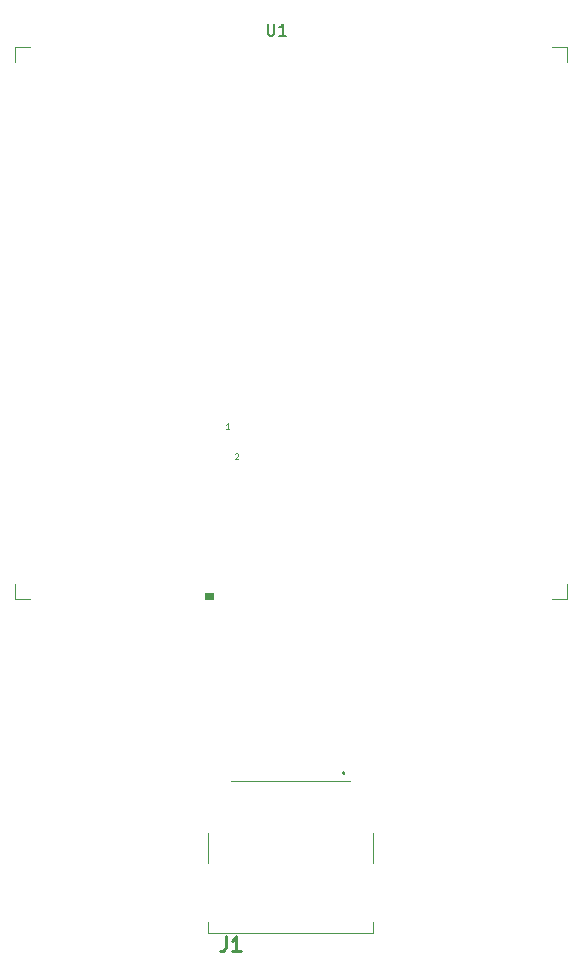
<source format=gbr>
G04 #@! TF.GenerationSoftware,KiCad,Pcbnew,5.1.2-1.fc30*
G04 #@! TF.CreationDate,2019-08-21T13:34:15+02:00*
G04 #@! TF.ProjectId,CarteScreening,43617274-6553-4637-9265-656e696e672e,rev?*
G04 #@! TF.SameCoordinates,Original*
G04 #@! TF.FileFunction,Legend,Top*
G04 #@! TF.FilePolarity,Positive*
%FSLAX46Y46*%
G04 Gerber Fmt 4.6, Leading zero omitted, Abs format (unit mm)*
G04 Created by KiCad (PCBNEW 5.1.2-1.fc30) date 2019-08-21 13:34:15*
%MOMM*%
%LPD*%
G04 APERTURE LIST*
%ADD10C,0.100000*%
%ADD11C,0.120000*%
%ADD12C,0.200000*%
%ADD13C,0.150000*%
%ADD14C,0.254000*%
G04 APERTURE END LIST*
D10*
G36*
X142761000Y-103368000D02*
G01*
X142761000Y-102860000D01*
X143396000Y-102860000D01*
X143396000Y-103368000D01*
X142761000Y-103368000D01*
G37*
X142761000Y-103368000D02*
X142761000Y-102860000D01*
X143396000Y-102860000D01*
X143396000Y-103368000D01*
X142761000Y-103368000D01*
D11*
X172098000Y-56632000D02*
X173368000Y-56632000D01*
X173368000Y-56632000D02*
X173368000Y-57902000D01*
X172098000Y-103368000D02*
X173368000Y-103368000D01*
X173368000Y-103368000D02*
X173368000Y-102098000D01*
X126632000Y-102098000D02*
X126632000Y-103368000D01*
X126632000Y-103368000D02*
X127902000Y-103368000D01*
X126632000Y-57902000D02*
X126632000Y-56632000D01*
X126632000Y-56632000D02*
X127902000Y-56632000D01*
D12*
X154495000Y-118190000D02*
G75*
G02X154495000Y-117990000I0J100000D01*
G01*
X154495000Y-117990000D02*
G75*
G02X154495000Y-118190000I0J-100000D01*
G01*
X154495000Y-117990000D02*
X154495000Y-117990000D01*
X154495000Y-118190000D02*
X154495000Y-118190000D01*
D10*
X156995000Y-131690000D02*
X156995000Y-130690000D01*
X142995000Y-131690000D02*
X156995000Y-131690000D01*
X142995000Y-130690000D02*
X142995000Y-131690000D01*
X156995000Y-123190000D02*
X156995000Y-125690000D01*
X142995000Y-123190000D02*
X142995000Y-125690000D01*
X144995000Y-118790000D02*
X154995000Y-118790000D01*
D13*
X148056995Y-54661980D02*
X148056995Y-55471504D01*
X148104614Y-55566742D01*
X148152233Y-55614361D01*
X148247471Y-55661980D01*
X148437947Y-55661980D01*
X148533185Y-55614361D01*
X148580804Y-55566742D01*
X148628423Y-55471504D01*
X148628423Y-54661980D01*
X149628423Y-55661980D02*
X149056995Y-55661980D01*
X149342709Y-55661980D02*
X149342709Y-54661980D01*
X149247471Y-54804838D01*
X149152233Y-54900076D01*
X149056995Y-54947695D01*
D10*
X144808857Y-88989190D02*
X144523142Y-88989190D01*
X144666000Y-88989190D02*
X144666000Y-88489190D01*
X144618380Y-88560619D01*
X144570761Y-88608238D01*
X144523142Y-88632047D01*
X145285142Y-91076809D02*
X145308952Y-91053000D01*
X145356571Y-91029190D01*
X145475619Y-91029190D01*
X145523238Y-91053000D01*
X145547047Y-91076809D01*
X145570857Y-91124428D01*
X145570857Y-91172047D01*
X145547047Y-91243476D01*
X145261333Y-91529190D01*
X145570857Y-91529190D01*
D14*
X144496666Y-131924523D02*
X144496666Y-132831666D01*
X144436190Y-133013095D01*
X144315238Y-133134047D01*
X144133809Y-133194523D01*
X144012857Y-133194523D01*
X145766666Y-133194523D02*
X145040952Y-133194523D01*
X145403809Y-133194523D02*
X145403809Y-131924523D01*
X145282857Y-132105952D01*
X145161904Y-132226904D01*
X145040952Y-132287380D01*
M02*

</source>
